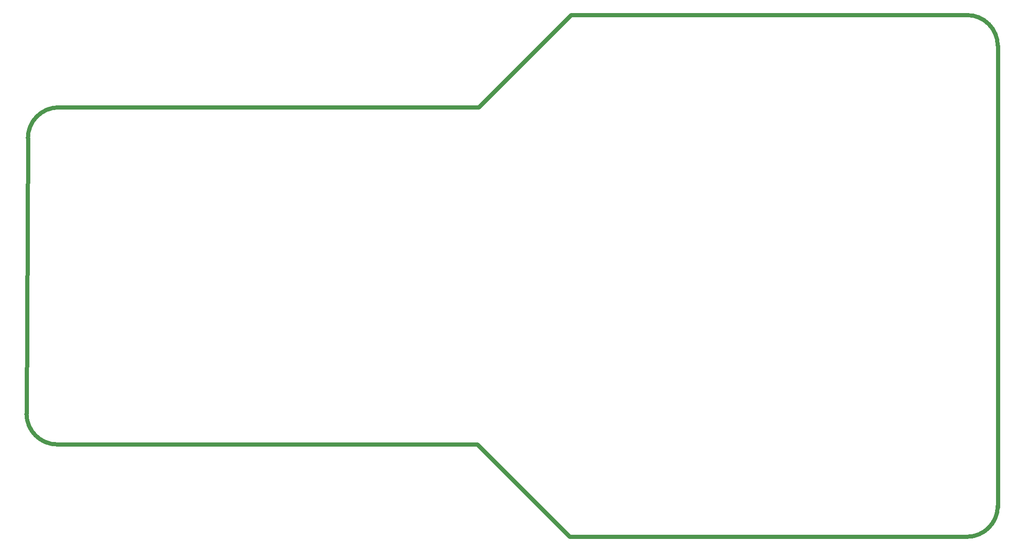
<source format=gko>
G04 Layer: BoardOutline*
G04 EasyEDA v6.4.17, 2021-03-24T16:23:22--3:00*
G04 5452c1f5e71c41299ba0e0f227da57fd,59636247558045d2802cba280e4ac9d9,10*
G04 Gerber Generator version 0.2*
G04 Scale: 100 percent, Rotated: No, Reflected: No *
G04 Dimensions in millimeters *
G04 leading zeros omitted , absolute positions ,4 integer and 5 decimal *
%FSLAX45Y45*%
%MOMM*%

%ADD10C,0.7620*%
D10*
X-152400Y-50800D02*
G01*
X-177800Y-5054600D01*
X17449800Y-6756400D02*
G01*
X17449800Y1625600D01*
X8026400Y508000D02*
G01*
X9702800Y2184400D01*
X8026400Y508000D02*
G01*
X406400Y507766D01*
X8001000Y-5613166D02*
G01*
X381000Y-5613400D01*
X16891000Y2184400D02*
G01*
X9715500Y2184400D01*
X16891000Y-7289858D02*
G01*
X9690100Y-7289566D01*
X8001000Y-5613166D02*
G01*
X9677400Y-7289566D01*
G75*
G01*
X17449800Y1625600D02*
G03*
X16891000Y2184400I-558800J0D01*
G75*
G01*
X16891000Y-7289858D02*
G03*
X17449800Y-6731058I0J558800D01*
G75*
G01*
X-177800Y-5054600D02*
G03*
X381000Y-5613400I558800J0D01*
G75*
G01*
X406400Y507766D02*
G03*
X-152400Y-51034I0J-558800D01*

%LPD*%
M02*

</source>
